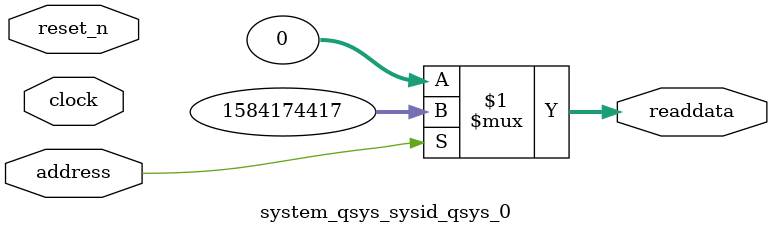
<source format=v>

`timescale 1ns / 1ps
// synthesis translate_on

// turn off superfluous verilog processor warnings 
// altera message_level Level1 
// altera message_off 10034 10035 10036 10037 10230 10240 10030 

module system_qsys_sysid_qsys_0 (
               // inputs:
                address,
                clock,
                reset_n,

               // outputs:
                readdata
             )
;

  output  [ 31: 0] readdata;
  input            address;
  input            clock;
  input            reset_n;

  wire    [ 31: 0] readdata;
  //control_slave, which is an e_avalon_slave
  assign readdata = address ? 1584174417 : 0;

endmodule




</source>
